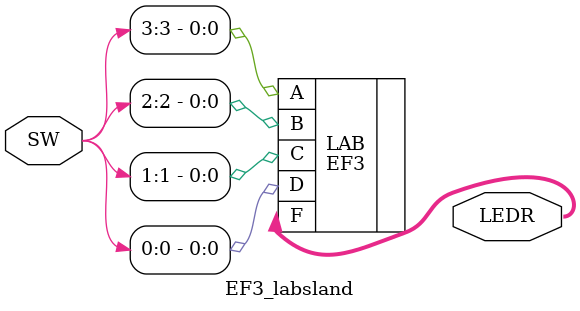
<source format=v>
module EF3_labsland
(   // Utilizar los nombres de los puertos 
    // indicados en la documentación en LabsLand
    // INPUT: SW - KEY - CLOCK_50
    // OUTPUT: LEDR - HEXn
    input [3:0] SW,
	output [4:0] LEDR
);
// ===============================================
// CONEXIÓN DEL CIRCUITO QUE SE QUIERE IMPLEMENTAR
EF3  LAB(
  .A(SW[3]),
  .B(SW[2]),
  .C(SW[1]),
  .D(SW[0]),
  .F(LEDR)
);
// -----------------------------------------------
endmodule
</source>
